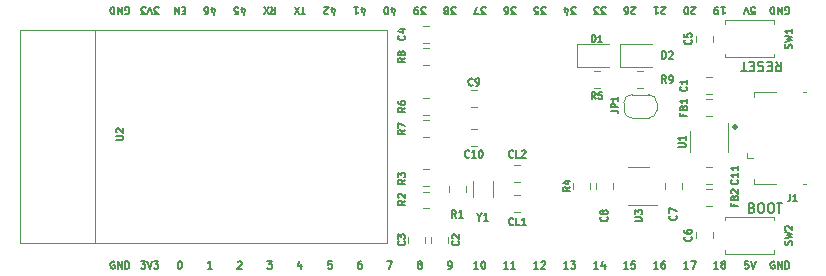
<source format=gbr>
G04 #@! TF.GenerationSoftware,KiCad,Pcbnew,(5.1.5)-3*
G04 #@! TF.CreationDate,2020-03-20T13:34:46+10:00*
G04 #@! TF.ProjectId,ESP32-S2-Breakout,45535033-322d-4533-922d-427265616b6f,rev?*
G04 #@! TF.SameCoordinates,Original*
G04 #@! TF.FileFunction,Legend,Top*
G04 #@! TF.FilePolarity,Positive*
%FSLAX46Y46*%
G04 Gerber Fmt 4.6, Leading zero omitted, Abs format (unit mm)*
G04 Created by KiCad (PCBNEW (5.1.5)-3) date 2020-03-20 13:34:46*
%MOMM*%
%LPD*%
G04 APERTURE LIST*
%ADD10C,0.300000*%
%ADD11C,0.150000*%
%ADD12C,0.200000*%
%ADD13C,0.120000*%
G04 APERTURE END LIST*
D10*
X171450000Y-98071714D02*
X171521428Y-98143142D01*
X171450000Y-98214571D01*
X171378571Y-98143142D01*
X171450000Y-98071714D01*
X171450000Y-98214571D01*
D11*
X174802857Y-109555000D02*
X174745714Y-109526428D01*
X174660000Y-109526428D01*
X174574285Y-109555000D01*
X174517142Y-109612142D01*
X174488571Y-109669285D01*
X174460000Y-109783571D01*
X174460000Y-109869285D01*
X174488571Y-109983571D01*
X174517142Y-110040714D01*
X174574285Y-110097857D01*
X174660000Y-110126428D01*
X174717142Y-110126428D01*
X174802857Y-110097857D01*
X174831428Y-110069285D01*
X174831428Y-109869285D01*
X174717142Y-109869285D01*
X175088571Y-110126428D02*
X175088571Y-109526428D01*
X175431428Y-110126428D01*
X175431428Y-109526428D01*
X175717142Y-110126428D02*
X175717142Y-109526428D01*
X175860000Y-109526428D01*
X175945714Y-109555000D01*
X176002857Y-109612142D01*
X176031428Y-109669285D01*
X176060000Y-109783571D01*
X176060000Y-109869285D01*
X176031428Y-109983571D01*
X176002857Y-110040714D01*
X175945714Y-110097857D01*
X175860000Y-110126428D01*
X175717142Y-110126428D01*
X172605714Y-109526428D02*
X172320000Y-109526428D01*
X172291428Y-109812142D01*
X172320000Y-109783571D01*
X172377142Y-109755000D01*
X172520000Y-109755000D01*
X172577142Y-109783571D01*
X172605714Y-109812142D01*
X172634285Y-109869285D01*
X172634285Y-110012142D01*
X172605714Y-110069285D01*
X172577142Y-110097857D01*
X172520000Y-110126428D01*
X172377142Y-110126428D01*
X172320000Y-110097857D01*
X172291428Y-110069285D01*
X172805714Y-109526428D02*
X173005714Y-110126428D01*
X173205714Y-109526428D01*
X175717142Y-88565000D02*
X175774285Y-88593571D01*
X175860000Y-88593571D01*
X175945714Y-88565000D01*
X176002857Y-88507857D01*
X176031428Y-88450714D01*
X176060000Y-88336428D01*
X176060000Y-88250714D01*
X176031428Y-88136428D01*
X176002857Y-88079285D01*
X175945714Y-88022142D01*
X175860000Y-87993571D01*
X175802857Y-87993571D01*
X175717142Y-88022142D01*
X175688571Y-88050714D01*
X175688571Y-88250714D01*
X175802857Y-88250714D01*
X175431428Y-87993571D02*
X175431428Y-88593571D01*
X175088571Y-87993571D01*
X175088571Y-88593571D01*
X174802857Y-87993571D02*
X174802857Y-88593571D01*
X174660000Y-88593571D01*
X174574285Y-88565000D01*
X174517142Y-88507857D01*
X174488571Y-88450714D01*
X174460000Y-88336428D01*
X174460000Y-88250714D01*
X174488571Y-88136428D01*
X174517142Y-88079285D01*
X174574285Y-88022142D01*
X174660000Y-87993571D01*
X174802857Y-87993571D01*
X172834285Y-88593571D02*
X173120000Y-88593571D01*
X173148571Y-88307857D01*
X173120000Y-88336428D01*
X173062857Y-88365000D01*
X172920000Y-88365000D01*
X172862857Y-88336428D01*
X172834285Y-88307857D01*
X172805714Y-88250714D01*
X172805714Y-88107857D01*
X172834285Y-88050714D01*
X172862857Y-88022142D01*
X172920000Y-87993571D01*
X173062857Y-87993571D01*
X173120000Y-88022142D01*
X173148571Y-88050714D01*
X172634285Y-88593571D02*
X172434285Y-87993571D01*
X172234285Y-88593571D01*
D12*
X174897904Y-92602095D02*
X175164571Y-92983047D01*
X175355047Y-92602095D02*
X175355047Y-93402095D01*
X175050285Y-93402095D01*
X174974095Y-93364000D01*
X174936000Y-93325904D01*
X174897904Y-93249714D01*
X174897904Y-93135428D01*
X174936000Y-93059238D01*
X174974095Y-93021142D01*
X175050285Y-92983047D01*
X175355047Y-92983047D01*
X174555047Y-93021142D02*
X174288380Y-93021142D01*
X174174095Y-92602095D02*
X174555047Y-92602095D01*
X174555047Y-93402095D01*
X174174095Y-93402095D01*
X173869333Y-92640190D02*
X173755047Y-92602095D01*
X173564571Y-92602095D01*
X173488380Y-92640190D01*
X173450285Y-92678285D01*
X173412190Y-92754476D01*
X173412190Y-92830666D01*
X173450285Y-92906857D01*
X173488380Y-92944952D01*
X173564571Y-92983047D01*
X173716952Y-93021142D01*
X173793142Y-93059238D01*
X173831238Y-93097333D01*
X173869333Y-93173523D01*
X173869333Y-93249714D01*
X173831238Y-93325904D01*
X173793142Y-93364000D01*
X173716952Y-93402095D01*
X173526476Y-93402095D01*
X173412190Y-93364000D01*
X173069333Y-93021142D02*
X172802666Y-93021142D01*
X172688380Y-92602095D02*
X173069333Y-92602095D01*
X173069333Y-93402095D01*
X172688380Y-93402095D01*
X172459809Y-93402095D02*
X172002666Y-93402095D01*
X172231238Y-92602095D02*
X172231238Y-93402095D01*
X172904285Y-104971857D02*
X173018571Y-105009952D01*
X173056666Y-105048047D01*
X173094761Y-105124238D01*
X173094761Y-105238523D01*
X173056666Y-105314714D01*
X173018571Y-105352809D01*
X172942380Y-105390904D01*
X172637619Y-105390904D01*
X172637619Y-104590904D01*
X172904285Y-104590904D01*
X172980476Y-104629000D01*
X173018571Y-104667095D01*
X173056666Y-104743285D01*
X173056666Y-104819476D01*
X173018571Y-104895666D01*
X172980476Y-104933761D01*
X172904285Y-104971857D01*
X172637619Y-104971857D01*
X173590000Y-104590904D02*
X173742380Y-104590904D01*
X173818571Y-104629000D01*
X173894761Y-104705190D01*
X173932857Y-104857571D01*
X173932857Y-105124238D01*
X173894761Y-105276619D01*
X173818571Y-105352809D01*
X173742380Y-105390904D01*
X173590000Y-105390904D01*
X173513809Y-105352809D01*
X173437619Y-105276619D01*
X173399523Y-105124238D01*
X173399523Y-104857571D01*
X173437619Y-104705190D01*
X173513809Y-104629000D01*
X173590000Y-104590904D01*
X174428095Y-104590904D02*
X174580476Y-104590904D01*
X174656666Y-104629000D01*
X174732857Y-104705190D01*
X174770952Y-104857571D01*
X174770952Y-105124238D01*
X174732857Y-105276619D01*
X174656666Y-105352809D01*
X174580476Y-105390904D01*
X174428095Y-105390904D01*
X174351904Y-105352809D01*
X174275714Y-105276619D01*
X174237619Y-105124238D01*
X174237619Y-104857571D01*
X174275714Y-104705190D01*
X174351904Y-104629000D01*
X174428095Y-104590904D01*
X174999523Y-104590904D02*
X175456666Y-104590904D01*
X175228095Y-105390904D02*
X175228095Y-104590904D01*
D11*
X170294285Y-87993571D02*
X170637142Y-87993571D01*
X170465714Y-87993571D02*
X170465714Y-88593571D01*
X170522857Y-88507857D01*
X170580000Y-88450714D01*
X170637142Y-88422142D01*
X170008571Y-87993571D02*
X169894285Y-87993571D01*
X169837142Y-88022142D01*
X169808571Y-88050714D01*
X169751428Y-88136428D01*
X169722857Y-88250714D01*
X169722857Y-88479285D01*
X169751428Y-88536428D01*
X169780000Y-88565000D01*
X169837142Y-88593571D01*
X169951428Y-88593571D01*
X170008571Y-88565000D01*
X170037142Y-88536428D01*
X170065714Y-88479285D01*
X170065714Y-88336428D01*
X170037142Y-88279285D01*
X170008571Y-88250714D01*
X169951428Y-88222142D01*
X169837142Y-88222142D01*
X169780000Y-88250714D01*
X169751428Y-88279285D01*
X169722857Y-88336428D01*
X168097142Y-88536428D02*
X168068571Y-88565000D01*
X168011428Y-88593571D01*
X167868571Y-88593571D01*
X167811428Y-88565000D01*
X167782857Y-88536428D01*
X167754285Y-88479285D01*
X167754285Y-88422142D01*
X167782857Y-88336428D01*
X168125714Y-87993571D01*
X167754285Y-87993571D01*
X167382857Y-88593571D02*
X167325714Y-88593571D01*
X167268571Y-88565000D01*
X167240000Y-88536428D01*
X167211428Y-88479285D01*
X167182857Y-88365000D01*
X167182857Y-88222142D01*
X167211428Y-88107857D01*
X167240000Y-88050714D01*
X167268571Y-88022142D01*
X167325714Y-87993571D01*
X167382857Y-87993571D01*
X167440000Y-88022142D01*
X167468571Y-88050714D01*
X167497142Y-88107857D01*
X167525714Y-88222142D01*
X167525714Y-88365000D01*
X167497142Y-88479285D01*
X167468571Y-88536428D01*
X167440000Y-88565000D01*
X167382857Y-88593571D01*
X165557142Y-88536428D02*
X165528571Y-88565000D01*
X165471428Y-88593571D01*
X165328571Y-88593571D01*
X165271428Y-88565000D01*
X165242857Y-88536428D01*
X165214285Y-88479285D01*
X165214285Y-88422142D01*
X165242857Y-88336428D01*
X165585714Y-87993571D01*
X165214285Y-87993571D01*
X164642857Y-87993571D02*
X164985714Y-87993571D01*
X164814285Y-87993571D02*
X164814285Y-88593571D01*
X164871428Y-88507857D01*
X164928571Y-88450714D01*
X164985714Y-88422142D01*
X163017142Y-88536428D02*
X162988571Y-88565000D01*
X162931428Y-88593571D01*
X162788571Y-88593571D01*
X162731428Y-88565000D01*
X162702857Y-88536428D01*
X162674285Y-88479285D01*
X162674285Y-88422142D01*
X162702857Y-88336428D01*
X163045714Y-87993571D01*
X162674285Y-87993571D01*
X162160000Y-88593571D02*
X162274285Y-88593571D01*
X162331428Y-88565000D01*
X162360000Y-88536428D01*
X162417142Y-88450714D01*
X162445714Y-88336428D01*
X162445714Y-88107857D01*
X162417142Y-88050714D01*
X162388571Y-88022142D01*
X162331428Y-87993571D01*
X162217142Y-87993571D01*
X162160000Y-88022142D01*
X162131428Y-88050714D01*
X162102857Y-88107857D01*
X162102857Y-88250714D01*
X162131428Y-88307857D01*
X162160000Y-88336428D01*
X162217142Y-88365000D01*
X162331428Y-88365000D01*
X162388571Y-88336428D01*
X162417142Y-88307857D01*
X162445714Y-88250714D01*
X160505714Y-88593571D02*
X160134285Y-88593571D01*
X160334285Y-88365000D01*
X160248571Y-88365000D01*
X160191428Y-88336428D01*
X160162857Y-88307857D01*
X160134285Y-88250714D01*
X160134285Y-88107857D01*
X160162857Y-88050714D01*
X160191428Y-88022142D01*
X160248571Y-87993571D01*
X160420000Y-87993571D01*
X160477142Y-88022142D01*
X160505714Y-88050714D01*
X159934285Y-88593571D02*
X159562857Y-88593571D01*
X159762857Y-88365000D01*
X159677142Y-88365000D01*
X159620000Y-88336428D01*
X159591428Y-88307857D01*
X159562857Y-88250714D01*
X159562857Y-88107857D01*
X159591428Y-88050714D01*
X159620000Y-88022142D01*
X159677142Y-87993571D01*
X159848571Y-87993571D01*
X159905714Y-88022142D01*
X159934285Y-88050714D01*
X157965714Y-88593571D02*
X157594285Y-88593571D01*
X157794285Y-88365000D01*
X157708571Y-88365000D01*
X157651428Y-88336428D01*
X157622857Y-88307857D01*
X157594285Y-88250714D01*
X157594285Y-88107857D01*
X157622857Y-88050714D01*
X157651428Y-88022142D01*
X157708571Y-87993571D01*
X157880000Y-87993571D01*
X157937142Y-88022142D01*
X157965714Y-88050714D01*
X157080000Y-88393571D02*
X157080000Y-87993571D01*
X157222857Y-88622142D02*
X157365714Y-88193571D01*
X156994285Y-88193571D01*
X155425714Y-88593571D02*
X155054285Y-88593571D01*
X155254285Y-88365000D01*
X155168571Y-88365000D01*
X155111428Y-88336428D01*
X155082857Y-88307857D01*
X155054285Y-88250714D01*
X155054285Y-88107857D01*
X155082857Y-88050714D01*
X155111428Y-88022142D01*
X155168571Y-87993571D01*
X155340000Y-87993571D01*
X155397142Y-88022142D01*
X155425714Y-88050714D01*
X154511428Y-88593571D02*
X154797142Y-88593571D01*
X154825714Y-88307857D01*
X154797142Y-88336428D01*
X154740000Y-88365000D01*
X154597142Y-88365000D01*
X154540000Y-88336428D01*
X154511428Y-88307857D01*
X154482857Y-88250714D01*
X154482857Y-88107857D01*
X154511428Y-88050714D01*
X154540000Y-88022142D01*
X154597142Y-87993571D01*
X154740000Y-87993571D01*
X154797142Y-88022142D01*
X154825714Y-88050714D01*
X152885714Y-88593571D02*
X152514285Y-88593571D01*
X152714285Y-88365000D01*
X152628571Y-88365000D01*
X152571428Y-88336428D01*
X152542857Y-88307857D01*
X152514285Y-88250714D01*
X152514285Y-88107857D01*
X152542857Y-88050714D01*
X152571428Y-88022142D01*
X152628571Y-87993571D01*
X152800000Y-87993571D01*
X152857142Y-88022142D01*
X152885714Y-88050714D01*
X152000000Y-88593571D02*
X152114285Y-88593571D01*
X152171428Y-88565000D01*
X152200000Y-88536428D01*
X152257142Y-88450714D01*
X152285714Y-88336428D01*
X152285714Y-88107857D01*
X152257142Y-88050714D01*
X152228571Y-88022142D01*
X152171428Y-87993571D01*
X152057142Y-87993571D01*
X152000000Y-88022142D01*
X151971428Y-88050714D01*
X151942857Y-88107857D01*
X151942857Y-88250714D01*
X151971428Y-88307857D01*
X152000000Y-88336428D01*
X152057142Y-88365000D01*
X152171428Y-88365000D01*
X152228571Y-88336428D01*
X152257142Y-88307857D01*
X152285714Y-88250714D01*
X150345714Y-88593571D02*
X149974285Y-88593571D01*
X150174285Y-88365000D01*
X150088571Y-88365000D01*
X150031428Y-88336428D01*
X150002857Y-88307857D01*
X149974285Y-88250714D01*
X149974285Y-88107857D01*
X150002857Y-88050714D01*
X150031428Y-88022142D01*
X150088571Y-87993571D01*
X150260000Y-87993571D01*
X150317142Y-88022142D01*
X150345714Y-88050714D01*
X149774285Y-88593571D02*
X149374285Y-88593571D01*
X149631428Y-87993571D01*
X147805714Y-88593571D02*
X147434285Y-88593571D01*
X147634285Y-88365000D01*
X147548571Y-88365000D01*
X147491428Y-88336428D01*
X147462857Y-88307857D01*
X147434285Y-88250714D01*
X147434285Y-88107857D01*
X147462857Y-88050714D01*
X147491428Y-88022142D01*
X147548571Y-87993571D01*
X147720000Y-87993571D01*
X147777142Y-88022142D01*
X147805714Y-88050714D01*
X147091428Y-88336428D02*
X147148571Y-88365000D01*
X147177142Y-88393571D01*
X147205714Y-88450714D01*
X147205714Y-88479285D01*
X147177142Y-88536428D01*
X147148571Y-88565000D01*
X147091428Y-88593571D01*
X146977142Y-88593571D01*
X146920000Y-88565000D01*
X146891428Y-88536428D01*
X146862857Y-88479285D01*
X146862857Y-88450714D01*
X146891428Y-88393571D01*
X146920000Y-88365000D01*
X146977142Y-88336428D01*
X147091428Y-88336428D01*
X147148571Y-88307857D01*
X147177142Y-88279285D01*
X147205714Y-88222142D01*
X147205714Y-88107857D01*
X147177142Y-88050714D01*
X147148571Y-88022142D01*
X147091428Y-87993571D01*
X146977142Y-87993571D01*
X146920000Y-88022142D01*
X146891428Y-88050714D01*
X146862857Y-88107857D01*
X146862857Y-88222142D01*
X146891428Y-88279285D01*
X146920000Y-88307857D01*
X146977142Y-88336428D01*
X145265714Y-88593571D02*
X144894285Y-88593571D01*
X145094285Y-88365000D01*
X145008571Y-88365000D01*
X144951428Y-88336428D01*
X144922857Y-88307857D01*
X144894285Y-88250714D01*
X144894285Y-88107857D01*
X144922857Y-88050714D01*
X144951428Y-88022142D01*
X145008571Y-87993571D01*
X145180000Y-87993571D01*
X145237142Y-88022142D01*
X145265714Y-88050714D01*
X144608571Y-87993571D02*
X144494285Y-87993571D01*
X144437142Y-88022142D01*
X144408571Y-88050714D01*
X144351428Y-88136428D01*
X144322857Y-88250714D01*
X144322857Y-88479285D01*
X144351428Y-88536428D01*
X144380000Y-88565000D01*
X144437142Y-88593571D01*
X144551428Y-88593571D01*
X144608571Y-88565000D01*
X144637142Y-88536428D01*
X144665714Y-88479285D01*
X144665714Y-88336428D01*
X144637142Y-88279285D01*
X144608571Y-88250714D01*
X144551428Y-88222142D01*
X144437142Y-88222142D01*
X144380000Y-88250714D01*
X144351428Y-88279285D01*
X144322857Y-88336428D01*
X142411428Y-88393571D02*
X142411428Y-87993571D01*
X142554285Y-88622142D02*
X142697142Y-88193571D01*
X142325714Y-88193571D01*
X141982857Y-88593571D02*
X141925714Y-88593571D01*
X141868571Y-88565000D01*
X141840000Y-88536428D01*
X141811428Y-88479285D01*
X141782857Y-88365000D01*
X141782857Y-88222142D01*
X141811428Y-88107857D01*
X141840000Y-88050714D01*
X141868571Y-88022142D01*
X141925714Y-87993571D01*
X141982857Y-87993571D01*
X142040000Y-88022142D01*
X142068571Y-88050714D01*
X142097142Y-88107857D01*
X142125714Y-88222142D01*
X142125714Y-88365000D01*
X142097142Y-88479285D01*
X142068571Y-88536428D01*
X142040000Y-88565000D01*
X141982857Y-88593571D01*
X139871428Y-88393571D02*
X139871428Y-87993571D01*
X140014285Y-88622142D02*
X140157142Y-88193571D01*
X139785714Y-88193571D01*
X139242857Y-87993571D02*
X139585714Y-87993571D01*
X139414285Y-87993571D02*
X139414285Y-88593571D01*
X139471428Y-88507857D01*
X139528571Y-88450714D01*
X139585714Y-88422142D01*
X137331428Y-88393571D02*
X137331428Y-87993571D01*
X137474285Y-88622142D02*
X137617142Y-88193571D01*
X137245714Y-88193571D01*
X137045714Y-88536428D02*
X137017142Y-88565000D01*
X136960000Y-88593571D01*
X136817142Y-88593571D01*
X136760000Y-88565000D01*
X136731428Y-88536428D01*
X136702857Y-88479285D01*
X136702857Y-88422142D01*
X136731428Y-88336428D01*
X137074285Y-87993571D01*
X136702857Y-87993571D01*
X135077142Y-88593571D02*
X134734285Y-88593571D01*
X134905714Y-87993571D02*
X134905714Y-88593571D01*
X134591428Y-88593571D02*
X134191428Y-87993571D01*
X134191428Y-88593571D02*
X134591428Y-87993571D01*
X132180000Y-87993571D02*
X132380000Y-88279285D01*
X132522857Y-87993571D02*
X132522857Y-88593571D01*
X132294285Y-88593571D01*
X132237142Y-88565000D01*
X132208571Y-88536428D01*
X132180000Y-88479285D01*
X132180000Y-88393571D01*
X132208571Y-88336428D01*
X132237142Y-88307857D01*
X132294285Y-88279285D01*
X132522857Y-88279285D01*
X131980000Y-88593571D02*
X131580000Y-87993571D01*
X131580000Y-88593571D02*
X131980000Y-87993571D01*
X129711428Y-88393571D02*
X129711428Y-87993571D01*
X129854285Y-88622142D02*
X129997142Y-88193571D01*
X129625714Y-88193571D01*
X129111428Y-88593571D02*
X129397142Y-88593571D01*
X129425714Y-88307857D01*
X129397142Y-88336428D01*
X129340000Y-88365000D01*
X129197142Y-88365000D01*
X129140000Y-88336428D01*
X129111428Y-88307857D01*
X129082857Y-88250714D01*
X129082857Y-88107857D01*
X129111428Y-88050714D01*
X129140000Y-88022142D01*
X129197142Y-87993571D01*
X129340000Y-87993571D01*
X129397142Y-88022142D01*
X129425714Y-88050714D01*
X127171428Y-88393571D02*
X127171428Y-87993571D01*
X127314285Y-88622142D02*
X127457142Y-88193571D01*
X127085714Y-88193571D01*
X126600000Y-88593571D02*
X126714285Y-88593571D01*
X126771428Y-88565000D01*
X126800000Y-88536428D01*
X126857142Y-88450714D01*
X126885714Y-88336428D01*
X126885714Y-88107857D01*
X126857142Y-88050714D01*
X126828571Y-88022142D01*
X126771428Y-87993571D01*
X126657142Y-87993571D01*
X126600000Y-88022142D01*
X126571428Y-88050714D01*
X126542857Y-88107857D01*
X126542857Y-88250714D01*
X126571428Y-88307857D01*
X126600000Y-88336428D01*
X126657142Y-88365000D01*
X126771428Y-88365000D01*
X126828571Y-88336428D01*
X126857142Y-88307857D01*
X126885714Y-88250714D01*
X124902857Y-88307857D02*
X124702857Y-88307857D01*
X124617142Y-87993571D02*
X124902857Y-87993571D01*
X124902857Y-88593571D01*
X124617142Y-88593571D01*
X124360000Y-87993571D02*
X124360000Y-88593571D01*
X124017142Y-87993571D01*
X124017142Y-88593571D01*
X122662857Y-88593571D02*
X122291428Y-88593571D01*
X122491428Y-88365000D01*
X122405714Y-88365000D01*
X122348571Y-88336428D01*
X122320000Y-88307857D01*
X122291428Y-88250714D01*
X122291428Y-88107857D01*
X122320000Y-88050714D01*
X122348571Y-88022142D01*
X122405714Y-87993571D01*
X122577142Y-87993571D01*
X122634285Y-88022142D01*
X122662857Y-88050714D01*
X122120000Y-88593571D02*
X121920000Y-87993571D01*
X121720000Y-88593571D01*
X121577142Y-88593571D02*
X121205714Y-88593571D01*
X121405714Y-88365000D01*
X121320000Y-88365000D01*
X121262857Y-88336428D01*
X121234285Y-88307857D01*
X121205714Y-88250714D01*
X121205714Y-88107857D01*
X121234285Y-88050714D01*
X121262857Y-88022142D01*
X121320000Y-87993571D01*
X121491428Y-87993571D01*
X121548571Y-88022142D01*
X121577142Y-88050714D01*
X119837142Y-88565000D02*
X119894285Y-88593571D01*
X119980000Y-88593571D01*
X120065714Y-88565000D01*
X120122857Y-88507857D01*
X120151428Y-88450714D01*
X120180000Y-88336428D01*
X120180000Y-88250714D01*
X120151428Y-88136428D01*
X120122857Y-88079285D01*
X120065714Y-88022142D01*
X119980000Y-87993571D01*
X119922857Y-87993571D01*
X119837142Y-88022142D01*
X119808571Y-88050714D01*
X119808571Y-88250714D01*
X119922857Y-88250714D01*
X119551428Y-87993571D02*
X119551428Y-88593571D01*
X119208571Y-87993571D01*
X119208571Y-88593571D01*
X118922857Y-87993571D02*
X118922857Y-88593571D01*
X118780000Y-88593571D01*
X118694285Y-88565000D01*
X118637142Y-88507857D01*
X118608571Y-88450714D01*
X118580000Y-88336428D01*
X118580000Y-88250714D01*
X118608571Y-88136428D01*
X118637142Y-88079285D01*
X118694285Y-88022142D01*
X118780000Y-87993571D01*
X118922857Y-87993571D01*
X170065714Y-110126428D02*
X169722857Y-110126428D01*
X169894285Y-110126428D02*
X169894285Y-109526428D01*
X169837142Y-109612142D01*
X169780000Y-109669285D01*
X169722857Y-109697857D01*
X170408571Y-109783571D02*
X170351428Y-109755000D01*
X170322857Y-109726428D01*
X170294285Y-109669285D01*
X170294285Y-109640714D01*
X170322857Y-109583571D01*
X170351428Y-109555000D01*
X170408571Y-109526428D01*
X170522857Y-109526428D01*
X170580000Y-109555000D01*
X170608571Y-109583571D01*
X170637142Y-109640714D01*
X170637142Y-109669285D01*
X170608571Y-109726428D01*
X170580000Y-109755000D01*
X170522857Y-109783571D01*
X170408571Y-109783571D01*
X170351428Y-109812142D01*
X170322857Y-109840714D01*
X170294285Y-109897857D01*
X170294285Y-110012142D01*
X170322857Y-110069285D01*
X170351428Y-110097857D01*
X170408571Y-110126428D01*
X170522857Y-110126428D01*
X170580000Y-110097857D01*
X170608571Y-110069285D01*
X170637142Y-110012142D01*
X170637142Y-109897857D01*
X170608571Y-109840714D01*
X170580000Y-109812142D01*
X170522857Y-109783571D01*
X167525714Y-110126428D02*
X167182857Y-110126428D01*
X167354285Y-110126428D02*
X167354285Y-109526428D01*
X167297142Y-109612142D01*
X167240000Y-109669285D01*
X167182857Y-109697857D01*
X167725714Y-109526428D02*
X168125714Y-109526428D01*
X167868571Y-110126428D01*
X164985714Y-110126428D02*
X164642857Y-110126428D01*
X164814285Y-110126428D02*
X164814285Y-109526428D01*
X164757142Y-109612142D01*
X164700000Y-109669285D01*
X164642857Y-109697857D01*
X165500000Y-109526428D02*
X165385714Y-109526428D01*
X165328571Y-109555000D01*
X165300000Y-109583571D01*
X165242857Y-109669285D01*
X165214285Y-109783571D01*
X165214285Y-110012142D01*
X165242857Y-110069285D01*
X165271428Y-110097857D01*
X165328571Y-110126428D01*
X165442857Y-110126428D01*
X165500000Y-110097857D01*
X165528571Y-110069285D01*
X165557142Y-110012142D01*
X165557142Y-109869285D01*
X165528571Y-109812142D01*
X165500000Y-109783571D01*
X165442857Y-109755000D01*
X165328571Y-109755000D01*
X165271428Y-109783571D01*
X165242857Y-109812142D01*
X165214285Y-109869285D01*
X162445714Y-110126428D02*
X162102857Y-110126428D01*
X162274285Y-110126428D02*
X162274285Y-109526428D01*
X162217142Y-109612142D01*
X162160000Y-109669285D01*
X162102857Y-109697857D01*
X162988571Y-109526428D02*
X162702857Y-109526428D01*
X162674285Y-109812142D01*
X162702857Y-109783571D01*
X162760000Y-109755000D01*
X162902857Y-109755000D01*
X162960000Y-109783571D01*
X162988571Y-109812142D01*
X163017142Y-109869285D01*
X163017142Y-110012142D01*
X162988571Y-110069285D01*
X162960000Y-110097857D01*
X162902857Y-110126428D01*
X162760000Y-110126428D01*
X162702857Y-110097857D01*
X162674285Y-110069285D01*
X159905714Y-110126428D02*
X159562857Y-110126428D01*
X159734285Y-110126428D02*
X159734285Y-109526428D01*
X159677142Y-109612142D01*
X159620000Y-109669285D01*
X159562857Y-109697857D01*
X160420000Y-109726428D02*
X160420000Y-110126428D01*
X160277142Y-109497857D02*
X160134285Y-109926428D01*
X160505714Y-109926428D01*
X157365714Y-110126428D02*
X157022857Y-110126428D01*
X157194285Y-110126428D02*
X157194285Y-109526428D01*
X157137142Y-109612142D01*
X157080000Y-109669285D01*
X157022857Y-109697857D01*
X157565714Y-109526428D02*
X157937142Y-109526428D01*
X157737142Y-109755000D01*
X157822857Y-109755000D01*
X157880000Y-109783571D01*
X157908571Y-109812142D01*
X157937142Y-109869285D01*
X157937142Y-110012142D01*
X157908571Y-110069285D01*
X157880000Y-110097857D01*
X157822857Y-110126428D01*
X157651428Y-110126428D01*
X157594285Y-110097857D01*
X157565714Y-110069285D01*
X154825714Y-110126428D02*
X154482857Y-110126428D01*
X154654285Y-110126428D02*
X154654285Y-109526428D01*
X154597142Y-109612142D01*
X154540000Y-109669285D01*
X154482857Y-109697857D01*
X155054285Y-109583571D02*
X155082857Y-109555000D01*
X155140000Y-109526428D01*
X155282857Y-109526428D01*
X155340000Y-109555000D01*
X155368571Y-109583571D01*
X155397142Y-109640714D01*
X155397142Y-109697857D01*
X155368571Y-109783571D01*
X155025714Y-110126428D01*
X155397142Y-110126428D01*
X152285714Y-110126428D02*
X151942857Y-110126428D01*
X152114285Y-110126428D02*
X152114285Y-109526428D01*
X152057142Y-109612142D01*
X152000000Y-109669285D01*
X151942857Y-109697857D01*
X152857142Y-110126428D02*
X152514285Y-110126428D01*
X152685714Y-110126428D02*
X152685714Y-109526428D01*
X152628571Y-109612142D01*
X152571428Y-109669285D01*
X152514285Y-109697857D01*
X149745714Y-110126428D02*
X149402857Y-110126428D01*
X149574285Y-110126428D02*
X149574285Y-109526428D01*
X149517142Y-109612142D01*
X149460000Y-109669285D01*
X149402857Y-109697857D01*
X150117142Y-109526428D02*
X150174285Y-109526428D01*
X150231428Y-109555000D01*
X150260000Y-109583571D01*
X150288571Y-109640714D01*
X150317142Y-109755000D01*
X150317142Y-109897857D01*
X150288571Y-110012142D01*
X150260000Y-110069285D01*
X150231428Y-110097857D01*
X150174285Y-110126428D01*
X150117142Y-110126428D01*
X150060000Y-110097857D01*
X150031428Y-110069285D01*
X150002857Y-110012142D01*
X149974285Y-109897857D01*
X149974285Y-109755000D01*
X150002857Y-109640714D01*
X150031428Y-109583571D01*
X150060000Y-109555000D01*
X150117142Y-109526428D01*
X147205714Y-110126428D02*
X147320000Y-110126428D01*
X147377142Y-110097857D01*
X147405714Y-110069285D01*
X147462857Y-109983571D01*
X147491428Y-109869285D01*
X147491428Y-109640714D01*
X147462857Y-109583571D01*
X147434285Y-109555000D01*
X147377142Y-109526428D01*
X147262857Y-109526428D01*
X147205714Y-109555000D01*
X147177142Y-109583571D01*
X147148571Y-109640714D01*
X147148571Y-109783571D01*
X147177142Y-109840714D01*
X147205714Y-109869285D01*
X147262857Y-109897857D01*
X147377142Y-109897857D01*
X147434285Y-109869285D01*
X147462857Y-109840714D01*
X147491428Y-109783571D01*
X144722857Y-109783571D02*
X144665714Y-109755000D01*
X144637142Y-109726428D01*
X144608571Y-109669285D01*
X144608571Y-109640714D01*
X144637142Y-109583571D01*
X144665714Y-109555000D01*
X144722857Y-109526428D01*
X144837142Y-109526428D01*
X144894285Y-109555000D01*
X144922857Y-109583571D01*
X144951428Y-109640714D01*
X144951428Y-109669285D01*
X144922857Y-109726428D01*
X144894285Y-109755000D01*
X144837142Y-109783571D01*
X144722857Y-109783571D01*
X144665714Y-109812142D01*
X144637142Y-109840714D01*
X144608571Y-109897857D01*
X144608571Y-110012142D01*
X144637142Y-110069285D01*
X144665714Y-110097857D01*
X144722857Y-110126428D01*
X144837142Y-110126428D01*
X144894285Y-110097857D01*
X144922857Y-110069285D01*
X144951428Y-110012142D01*
X144951428Y-109897857D01*
X144922857Y-109840714D01*
X144894285Y-109812142D01*
X144837142Y-109783571D01*
X142040000Y-109526428D02*
X142440000Y-109526428D01*
X142182857Y-110126428D01*
X139814285Y-109526428D02*
X139700000Y-109526428D01*
X139642857Y-109555000D01*
X139614285Y-109583571D01*
X139557142Y-109669285D01*
X139528571Y-109783571D01*
X139528571Y-110012142D01*
X139557142Y-110069285D01*
X139585714Y-110097857D01*
X139642857Y-110126428D01*
X139757142Y-110126428D01*
X139814285Y-110097857D01*
X139842857Y-110069285D01*
X139871428Y-110012142D01*
X139871428Y-109869285D01*
X139842857Y-109812142D01*
X139814285Y-109783571D01*
X139757142Y-109755000D01*
X139642857Y-109755000D01*
X139585714Y-109783571D01*
X139557142Y-109812142D01*
X139528571Y-109869285D01*
X137302857Y-109526428D02*
X137017142Y-109526428D01*
X136988571Y-109812142D01*
X137017142Y-109783571D01*
X137074285Y-109755000D01*
X137217142Y-109755000D01*
X137274285Y-109783571D01*
X137302857Y-109812142D01*
X137331428Y-109869285D01*
X137331428Y-110012142D01*
X137302857Y-110069285D01*
X137274285Y-110097857D01*
X137217142Y-110126428D01*
X137074285Y-110126428D01*
X137017142Y-110097857D01*
X136988571Y-110069285D01*
X134734285Y-109726428D02*
X134734285Y-110126428D01*
X134591428Y-109497857D02*
X134448571Y-109926428D01*
X134820000Y-109926428D01*
X131880000Y-109526428D02*
X132251428Y-109526428D01*
X132051428Y-109755000D01*
X132137142Y-109755000D01*
X132194285Y-109783571D01*
X132222857Y-109812142D01*
X132251428Y-109869285D01*
X132251428Y-110012142D01*
X132222857Y-110069285D01*
X132194285Y-110097857D01*
X132137142Y-110126428D01*
X131965714Y-110126428D01*
X131908571Y-110097857D01*
X131880000Y-110069285D01*
X129368571Y-109583571D02*
X129397142Y-109555000D01*
X129454285Y-109526428D01*
X129597142Y-109526428D01*
X129654285Y-109555000D01*
X129682857Y-109583571D01*
X129711428Y-109640714D01*
X129711428Y-109697857D01*
X129682857Y-109783571D01*
X129340000Y-110126428D01*
X129711428Y-110126428D01*
X127171428Y-110126428D02*
X126828571Y-110126428D01*
X127000000Y-110126428D02*
X127000000Y-109526428D01*
X126942857Y-109612142D01*
X126885714Y-109669285D01*
X126828571Y-109697857D01*
X124431428Y-109526428D02*
X124488571Y-109526428D01*
X124545714Y-109555000D01*
X124574285Y-109583571D01*
X124602857Y-109640714D01*
X124631428Y-109755000D01*
X124631428Y-109897857D01*
X124602857Y-110012142D01*
X124574285Y-110069285D01*
X124545714Y-110097857D01*
X124488571Y-110126428D01*
X124431428Y-110126428D01*
X124374285Y-110097857D01*
X124345714Y-110069285D01*
X124317142Y-110012142D01*
X124288571Y-109897857D01*
X124288571Y-109755000D01*
X124317142Y-109640714D01*
X124345714Y-109583571D01*
X124374285Y-109555000D01*
X124431428Y-109526428D01*
X121177142Y-109526428D02*
X121548571Y-109526428D01*
X121348571Y-109755000D01*
X121434285Y-109755000D01*
X121491428Y-109783571D01*
X121520000Y-109812142D01*
X121548571Y-109869285D01*
X121548571Y-110012142D01*
X121520000Y-110069285D01*
X121491428Y-110097857D01*
X121434285Y-110126428D01*
X121262857Y-110126428D01*
X121205714Y-110097857D01*
X121177142Y-110069285D01*
X121720000Y-109526428D02*
X121920000Y-110126428D01*
X122120000Y-109526428D01*
X122262857Y-109526428D02*
X122634285Y-109526428D01*
X122434285Y-109755000D01*
X122520000Y-109755000D01*
X122577142Y-109783571D01*
X122605714Y-109812142D01*
X122634285Y-109869285D01*
X122634285Y-110012142D01*
X122605714Y-110069285D01*
X122577142Y-110097857D01*
X122520000Y-110126428D01*
X122348571Y-110126428D01*
X122291428Y-110097857D01*
X122262857Y-110069285D01*
X118922857Y-109555000D02*
X118865714Y-109526428D01*
X118780000Y-109526428D01*
X118694285Y-109555000D01*
X118637142Y-109612142D01*
X118608571Y-109669285D01*
X118580000Y-109783571D01*
X118580000Y-109869285D01*
X118608571Y-109983571D01*
X118637142Y-110040714D01*
X118694285Y-110097857D01*
X118780000Y-110126428D01*
X118837142Y-110126428D01*
X118922857Y-110097857D01*
X118951428Y-110069285D01*
X118951428Y-109869285D01*
X118837142Y-109869285D01*
X119208571Y-110126428D02*
X119208571Y-109526428D01*
X119551428Y-110126428D01*
X119551428Y-109526428D01*
X119837142Y-110126428D02*
X119837142Y-109526428D01*
X119980000Y-109526428D01*
X120065714Y-109555000D01*
X120122857Y-109612142D01*
X120151428Y-109669285D01*
X120180000Y-109783571D01*
X120180000Y-109869285D01*
X120151428Y-109983571D01*
X120122857Y-110040714D01*
X120065714Y-110097857D01*
X119980000Y-110126428D01*
X119837142Y-110126428D01*
D13*
X169549578Y-101525000D02*
X169032422Y-101525000D01*
X169549578Y-102945000D02*
X169032422Y-102945000D01*
X163190422Y-94817000D02*
X163707578Y-94817000D01*
X163190422Y-93397000D02*
X163707578Y-93397000D01*
X145546578Y-91492000D02*
X145029422Y-91492000D01*
X145546578Y-92912000D02*
X145029422Y-92912000D01*
X145546578Y-97588000D02*
X145029422Y-97588000D01*
X145546578Y-99008000D02*
X145029422Y-99008000D01*
X145546578Y-95683000D02*
X145029422Y-95683000D01*
X145546578Y-97103000D02*
X145029422Y-97103000D01*
X160024578Y-94817000D02*
X159507422Y-94817000D01*
X160024578Y-93397000D02*
X159507422Y-93397000D01*
X159206000Y-102865422D02*
X159206000Y-103382578D01*
X157786000Y-102865422D02*
X157786000Y-103382578D01*
X145029422Y-103135500D02*
X145546578Y-103135500D01*
X145029422Y-101715500D02*
X145546578Y-101715500D01*
X145546578Y-103620500D02*
X145029422Y-103620500D01*
X145546578Y-105040500D02*
X145029422Y-105040500D01*
X147245000Y-103119422D02*
X147245000Y-103636578D01*
X148665000Y-103119422D02*
X148665000Y-103636578D01*
X169032422Y-104850000D02*
X169549578Y-104850000D01*
X169032422Y-103430000D02*
X169549578Y-103430000D01*
X169032422Y-97230000D02*
X169549578Y-97230000D01*
X169032422Y-95810000D02*
X169549578Y-95810000D01*
X161764000Y-93035000D02*
X164449000Y-93035000D01*
X161764000Y-91115000D02*
X161764000Y-93035000D01*
X164449000Y-91115000D02*
X161764000Y-91115000D01*
X158081000Y-93035000D02*
X160766000Y-93035000D01*
X158081000Y-91115000D02*
X158081000Y-93035000D01*
X160766000Y-91115000D02*
X158081000Y-91115000D01*
X152776422Y-102818000D02*
X153293578Y-102818000D01*
X152776422Y-101398000D02*
X153293578Y-101398000D01*
X152776422Y-105358000D02*
X153293578Y-105358000D01*
X152776422Y-103938000D02*
X153293578Y-103938000D01*
X149093422Y-99770000D02*
X149610578Y-99770000D01*
X149093422Y-98350000D02*
X149610578Y-98350000D01*
X149610578Y-95048000D02*
X149093422Y-95048000D01*
X149610578Y-96468000D02*
X149093422Y-96468000D01*
X161111000Y-103382578D02*
X161111000Y-102865422D01*
X159691000Y-103382578D02*
X159691000Y-102865422D01*
X166953000Y-103382578D02*
X166953000Y-102865422D01*
X165533000Y-103382578D02*
X165533000Y-102865422D01*
X169620000Y-107573578D02*
X169620000Y-107056422D01*
X168200000Y-107573578D02*
X168200000Y-107056422D01*
X168200000Y-90419422D02*
X168200000Y-90936578D01*
X169620000Y-90419422D02*
X169620000Y-90936578D01*
X145029422Y-91007000D02*
X145546578Y-91007000D01*
X145029422Y-89587000D02*
X145546578Y-89587000D01*
X145236000Y-107954578D02*
X145236000Y-107437422D01*
X143816000Y-107954578D02*
X143816000Y-107437422D01*
X169549578Y-93905000D02*
X169032422Y-93905000D01*
X169549578Y-95325000D02*
X169032422Y-95325000D01*
X164149000Y-97393000D02*
X162749000Y-97393000D01*
X162049000Y-96693000D02*
X162049000Y-96093000D01*
X162749000Y-95393000D02*
X164149000Y-95393000D01*
X164849000Y-96093000D02*
X164849000Y-96693000D01*
X164849000Y-96693000D02*
G75*
G02X164149000Y-97393000I-700000J0D01*
G01*
X164149000Y-95393000D02*
G75*
G02X164849000Y-96093000I0J-700000D01*
G01*
X162049000Y-96093000D02*
G75*
G02X162749000Y-95393000I700000J0D01*
G01*
X162749000Y-97393000D02*
G75*
G02X162049000Y-96693000I0J700000D01*
G01*
X170901000Y-100277500D02*
X170901000Y-97827500D01*
X167681000Y-98477500D02*
X167681000Y-100277500D01*
X110960000Y-107950000D02*
X110960000Y-89950000D01*
X110960000Y-89950000D02*
X141960000Y-89950000D01*
X141960000Y-89950000D02*
X141960000Y-107950000D01*
X141960000Y-107950000D02*
X110960000Y-107950000D01*
X117260000Y-107950000D02*
X117260000Y-89950000D01*
X170650000Y-108885000D02*
X170650000Y-108585000D01*
X174790000Y-105745000D02*
X174790000Y-106045000D01*
X174790000Y-108585000D02*
X174790000Y-108885000D01*
X170650000Y-105745000D02*
X174790000Y-105745000D01*
X170650000Y-106045000D02*
X170650000Y-105745000D01*
X174790000Y-108885000D02*
X170650000Y-108885000D01*
X170650000Y-92248000D02*
X170650000Y-91948000D01*
X174790000Y-89108000D02*
X174790000Y-89408000D01*
X174790000Y-91948000D02*
X174790000Y-92248000D01*
X170650000Y-89108000D02*
X174790000Y-89108000D01*
X170650000Y-89408000D02*
X170650000Y-89108000D01*
X174790000Y-92248000D02*
X170650000Y-92248000D01*
X150989000Y-102703000D02*
X150989000Y-104053000D01*
X149239000Y-102703000D02*
X149239000Y-104053000D01*
X162422000Y-104734000D02*
X164872000Y-104734000D01*
X164222000Y-101514000D02*
X162422000Y-101514000D01*
X172505000Y-100760000D02*
X172955000Y-100760000D01*
X172505000Y-100760000D02*
X172505000Y-100310000D01*
X173055000Y-95160000D02*
X173055000Y-95610000D01*
X174905000Y-95160000D02*
X173055000Y-95160000D01*
X177455000Y-102960000D02*
X177205000Y-102960000D01*
X177455000Y-95160000D02*
X177205000Y-95160000D01*
X174905000Y-102960000D02*
X173055000Y-102960000D01*
X173055000Y-102960000D02*
X173055000Y-102510000D01*
X147141000Y-107954578D02*
X147141000Y-107437422D01*
X145721000Y-107954578D02*
X145721000Y-107437422D01*
D11*
X171664285Y-102620714D02*
X171692857Y-102649285D01*
X171721428Y-102735000D01*
X171721428Y-102792142D01*
X171692857Y-102877857D01*
X171635714Y-102935000D01*
X171578571Y-102963571D01*
X171464285Y-102992142D01*
X171378571Y-102992142D01*
X171264285Y-102963571D01*
X171207142Y-102935000D01*
X171150000Y-102877857D01*
X171121428Y-102792142D01*
X171121428Y-102735000D01*
X171150000Y-102649285D01*
X171178571Y-102620714D01*
X171721428Y-102049285D02*
X171721428Y-102392142D01*
X171721428Y-102220714D02*
X171121428Y-102220714D01*
X171207142Y-102277857D01*
X171264285Y-102335000D01*
X171292857Y-102392142D01*
X171721428Y-101477857D02*
X171721428Y-101820714D01*
X171721428Y-101649285D02*
X171121428Y-101649285D01*
X171207142Y-101706428D01*
X171264285Y-101763571D01*
X171292857Y-101820714D01*
X165635000Y-94378428D02*
X165435000Y-94092714D01*
X165292142Y-94378428D02*
X165292142Y-93778428D01*
X165520714Y-93778428D01*
X165577857Y-93807000D01*
X165606428Y-93835571D01*
X165635000Y-93892714D01*
X165635000Y-93978428D01*
X165606428Y-94035571D01*
X165577857Y-94064142D01*
X165520714Y-94092714D01*
X165292142Y-94092714D01*
X165920714Y-94378428D02*
X166035000Y-94378428D01*
X166092142Y-94349857D01*
X166120714Y-94321285D01*
X166177857Y-94235571D01*
X166206428Y-94121285D01*
X166206428Y-93892714D01*
X166177857Y-93835571D01*
X166149285Y-93807000D01*
X166092142Y-93778428D01*
X165977857Y-93778428D01*
X165920714Y-93807000D01*
X165892142Y-93835571D01*
X165863571Y-93892714D01*
X165863571Y-94035571D01*
X165892142Y-94092714D01*
X165920714Y-94121285D01*
X165977857Y-94149857D01*
X166092142Y-94149857D01*
X166149285Y-94121285D01*
X166177857Y-94092714D01*
X166206428Y-94035571D01*
X143527428Y-92302000D02*
X143241714Y-92502000D01*
X143527428Y-92644857D02*
X142927428Y-92644857D01*
X142927428Y-92416285D01*
X142956000Y-92359142D01*
X142984571Y-92330571D01*
X143041714Y-92302000D01*
X143127428Y-92302000D01*
X143184571Y-92330571D01*
X143213142Y-92359142D01*
X143241714Y-92416285D01*
X143241714Y-92644857D01*
X143184571Y-91959142D02*
X143156000Y-92016285D01*
X143127428Y-92044857D01*
X143070285Y-92073428D01*
X143041714Y-92073428D01*
X142984571Y-92044857D01*
X142956000Y-92016285D01*
X142927428Y-91959142D01*
X142927428Y-91844857D01*
X142956000Y-91787714D01*
X142984571Y-91759142D01*
X143041714Y-91730571D01*
X143070285Y-91730571D01*
X143127428Y-91759142D01*
X143156000Y-91787714D01*
X143184571Y-91844857D01*
X143184571Y-91959142D01*
X143213142Y-92016285D01*
X143241714Y-92044857D01*
X143298857Y-92073428D01*
X143413142Y-92073428D01*
X143470285Y-92044857D01*
X143498857Y-92016285D01*
X143527428Y-91959142D01*
X143527428Y-91844857D01*
X143498857Y-91787714D01*
X143470285Y-91759142D01*
X143413142Y-91730571D01*
X143298857Y-91730571D01*
X143241714Y-91759142D01*
X143213142Y-91787714D01*
X143184571Y-91844857D01*
X143527428Y-98398000D02*
X143241714Y-98598000D01*
X143527428Y-98740857D02*
X142927428Y-98740857D01*
X142927428Y-98512285D01*
X142956000Y-98455142D01*
X142984571Y-98426571D01*
X143041714Y-98398000D01*
X143127428Y-98398000D01*
X143184571Y-98426571D01*
X143213142Y-98455142D01*
X143241714Y-98512285D01*
X143241714Y-98740857D01*
X142927428Y-98198000D02*
X142927428Y-97798000D01*
X143527428Y-98055142D01*
X143527428Y-96493000D02*
X143241714Y-96693000D01*
X143527428Y-96835857D02*
X142927428Y-96835857D01*
X142927428Y-96607285D01*
X142956000Y-96550142D01*
X142984571Y-96521571D01*
X143041714Y-96493000D01*
X143127428Y-96493000D01*
X143184571Y-96521571D01*
X143213142Y-96550142D01*
X143241714Y-96607285D01*
X143241714Y-96835857D01*
X142927428Y-95978714D02*
X142927428Y-96093000D01*
X142956000Y-96150142D01*
X142984571Y-96178714D01*
X143070285Y-96235857D01*
X143184571Y-96264428D01*
X143413142Y-96264428D01*
X143470285Y-96235857D01*
X143498857Y-96207285D01*
X143527428Y-96150142D01*
X143527428Y-96035857D01*
X143498857Y-95978714D01*
X143470285Y-95950142D01*
X143413142Y-95921571D01*
X143270285Y-95921571D01*
X143213142Y-95950142D01*
X143184571Y-95978714D01*
X143156000Y-96035857D01*
X143156000Y-96150142D01*
X143184571Y-96207285D01*
X143213142Y-96235857D01*
X143270285Y-96264428D01*
X159666000Y-95775428D02*
X159466000Y-95489714D01*
X159323142Y-95775428D02*
X159323142Y-95175428D01*
X159551714Y-95175428D01*
X159608857Y-95204000D01*
X159637428Y-95232571D01*
X159666000Y-95289714D01*
X159666000Y-95375428D01*
X159637428Y-95432571D01*
X159608857Y-95461142D01*
X159551714Y-95489714D01*
X159323142Y-95489714D01*
X160208857Y-95175428D02*
X159923142Y-95175428D01*
X159894571Y-95461142D01*
X159923142Y-95432571D01*
X159980285Y-95404000D01*
X160123142Y-95404000D01*
X160180285Y-95432571D01*
X160208857Y-95461142D01*
X160237428Y-95518285D01*
X160237428Y-95661142D01*
X160208857Y-95718285D01*
X160180285Y-95746857D01*
X160123142Y-95775428D01*
X159980285Y-95775428D01*
X159923142Y-95746857D01*
X159894571Y-95718285D01*
X157497428Y-103224000D02*
X157211714Y-103424000D01*
X157497428Y-103566857D02*
X156897428Y-103566857D01*
X156897428Y-103338285D01*
X156926000Y-103281142D01*
X156954571Y-103252571D01*
X157011714Y-103224000D01*
X157097428Y-103224000D01*
X157154571Y-103252571D01*
X157183142Y-103281142D01*
X157211714Y-103338285D01*
X157211714Y-103566857D01*
X157097428Y-102709714D02*
X157497428Y-102709714D01*
X156868857Y-102852571D02*
X157297428Y-102995428D01*
X157297428Y-102624000D01*
X143527428Y-102589000D02*
X143241714Y-102789000D01*
X143527428Y-102931857D02*
X142927428Y-102931857D01*
X142927428Y-102703285D01*
X142956000Y-102646142D01*
X142984571Y-102617571D01*
X143041714Y-102589000D01*
X143127428Y-102589000D01*
X143184571Y-102617571D01*
X143213142Y-102646142D01*
X143241714Y-102703285D01*
X143241714Y-102931857D01*
X142927428Y-102389000D02*
X142927428Y-102017571D01*
X143156000Y-102217571D01*
X143156000Y-102131857D01*
X143184571Y-102074714D01*
X143213142Y-102046142D01*
X143270285Y-102017571D01*
X143413142Y-102017571D01*
X143470285Y-102046142D01*
X143498857Y-102074714D01*
X143527428Y-102131857D01*
X143527428Y-102303285D01*
X143498857Y-102360428D01*
X143470285Y-102389000D01*
X143527428Y-104367000D02*
X143241714Y-104567000D01*
X143527428Y-104709857D02*
X142927428Y-104709857D01*
X142927428Y-104481285D01*
X142956000Y-104424142D01*
X142984571Y-104395571D01*
X143041714Y-104367000D01*
X143127428Y-104367000D01*
X143184571Y-104395571D01*
X143213142Y-104424142D01*
X143241714Y-104481285D01*
X143241714Y-104709857D01*
X142984571Y-104138428D02*
X142956000Y-104109857D01*
X142927428Y-104052714D01*
X142927428Y-103909857D01*
X142956000Y-103852714D01*
X142984571Y-103824142D01*
X143041714Y-103795571D01*
X143098857Y-103795571D01*
X143184571Y-103824142D01*
X143527428Y-104167000D01*
X143527428Y-103795571D01*
X147855000Y-105808428D02*
X147655000Y-105522714D01*
X147512142Y-105808428D02*
X147512142Y-105208428D01*
X147740714Y-105208428D01*
X147797857Y-105237000D01*
X147826428Y-105265571D01*
X147855000Y-105322714D01*
X147855000Y-105408428D01*
X147826428Y-105465571D01*
X147797857Y-105494142D01*
X147740714Y-105522714D01*
X147512142Y-105522714D01*
X148426428Y-105808428D02*
X148083571Y-105808428D01*
X148255000Y-105808428D02*
X148255000Y-105208428D01*
X148197857Y-105294142D01*
X148140714Y-105351285D01*
X148083571Y-105379857D01*
X171407142Y-104640000D02*
X171407142Y-104840000D01*
X171721428Y-104840000D02*
X171121428Y-104840000D01*
X171121428Y-104554285D01*
X171407142Y-104125714D02*
X171435714Y-104040000D01*
X171464285Y-104011428D01*
X171521428Y-103982857D01*
X171607142Y-103982857D01*
X171664285Y-104011428D01*
X171692857Y-104040000D01*
X171721428Y-104097142D01*
X171721428Y-104325714D01*
X171121428Y-104325714D01*
X171121428Y-104125714D01*
X171150000Y-104068571D01*
X171178571Y-104040000D01*
X171235714Y-104011428D01*
X171292857Y-104011428D01*
X171350000Y-104040000D01*
X171378571Y-104068571D01*
X171407142Y-104125714D01*
X171407142Y-104325714D01*
X171178571Y-103754285D02*
X171150000Y-103725714D01*
X171121428Y-103668571D01*
X171121428Y-103525714D01*
X171150000Y-103468571D01*
X171178571Y-103440000D01*
X171235714Y-103411428D01*
X171292857Y-103411428D01*
X171378571Y-103440000D01*
X171721428Y-103782857D01*
X171721428Y-103411428D01*
X167089142Y-97020000D02*
X167089142Y-97220000D01*
X167403428Y-97220000D02*
X166803428Y-97220000D01*
X166803428Y-96934285D01*
X167089142Y-96505714D02*
X167117714Y-96420000D01*
X167146285Y-96391428D01*
X167203428Y-96362857D01*
X167289142Y-96362857D01*
X167346285Y-96391428D01*
X167374857Y-96420000D01*
X167403428Y-96477142D01*
X167403428Y-96705714D01*
X166803428Y-96705714D01*
X166803428Y-96505714D01*
X166832000Y-96448571D01*
X166860571Y-96420000D01*
X166917714Y-96391428D01*
X166974857Y-96391428D01*
X167032000Y-96420000D01*
X167060571Y-96448571D01*
X167089142Y-96505714D01*
X167089142Y-96705714D01*
X167403428Y-95791428D02*
X167403428Y-96134285D01*
X167403428Y-95962857D02*
X166803428Y-95962857D01*
X166889142Y-96020000D01*
X166946285Y-96077142D01*
X166974857Y-96134285D01*
X165292142Y-92346428D02*
X165292142Y-91746428D01*
X165435000Y-91746428D01*
X165520714Y-91775000D01*
X165577857Y-91832142D01*
X165606428Y-91889285D01*
X165635000Y-92003571D01*
X165635000Y-92089285D01*
X165606428Y-92203571D01*
X165577857Y-92260714D01*
X165520714Y-92317857D01*
X165435000Y-92346428D01*
X165292142Y-92346428D01*
X165863571Y-91803571D02*
X165892142Y-91775000D01*
X165949285Y-91746428D01*
X166092142Y-91746428D01*
X166149285Y-91775000D01*
X166177857Y-91803571D01*
X166206428Y-91860714D01*
X166206428Y-91917857D01*
X166177857Y-92003571D01*
X165835000Y-92346428D01*
X166206428Y-92346428D01*
X159323142Y-90949428D02*
X159323142Y-90349428D01*
X159466000Y-90349428D01*
X159551714Y-90378000D01*
X159608857Y-90435142D01*
X159637428Y-90492285D01*
X159666000Y-90606571D01*
X159666000Y-90692285D01*
X159637428Y-90806571D01*
X159608857Y-90863714D01*
X159551714Y-90920857D01*
X159466000Y-90949428D01*
X159323142Y-90949428D01*
X160237428Y-90949428D02*
X159894571Y-90949428D01*
X160066000Y-90949428D02*
X160066000Y-90349428D01*
X160008857Y-90435142D01*
X159951714Y-90492285D01*
X159894571Y-90520857D01*
X152692142Y-100672285D02*
X152663571Y-100700857D01*
X152577857Y-100729428D01*
X152520714Y-100729428D01*
X152435000Y-100700857D01*
X152377857Y-100643714D01*
X152349285Y-100586571D01*
X152320714Y-100472285D01*
X152320714Y-100386571D01*
X152349285Y-100272285D01*
X152377857Y-100215142D01*
X152435000Y-100158000D01*
X152520714Y-100129428D01*
X152577857Y-100129428D01*
X152663571Y-100158000D01*
X152692142Y-100186571D01*
X153235000Y-100729428D02*
X152949285Y-100729428D01*
X152949285Y-100129428D01*
X153406428Y-100186571D02*
X153435000Y-100158000D01*
X153492142Y-100129428D01*
X153635000Y-100129428D01*
X153692142Y-100158000D01*
X153720714Y-100186571D01*
X153749285Y-100243714D01*
X153749285Y-100300857D01*
X153720714Y-100386571D01*
X153377857Y-100729428D01*
X153749285Y-100729428D01*
X152692142Y-106386285D02*
X152663571Y-106414857D01*
X152577857Y-106443428D01*
X152520714Y-106443428D01*
X152435000Y-106414857D01*
X152377857Y-106357714D01*
X152349285Y-106300571D01*
X152320714Y-106186285D01*
X152320714Y-106100571D01*
X152349285Y-105986285D01*
X152377857Y-105929142D01*
X152435000Y-105872000D01*
X152520714Y-105843428D01*
X152577857Y-105843428D01*
X152663571Y-105872000D01*
X152692142Y-105900571D01*
X153235000Y-106443428D02*
X152949285Y-106443428D01*
X152949285Y-105843428D01*
X153749285Y-106443428D02*
X153406428Y-106443428D01*
X153577857Y-106443428D02*
X153577857Y-105843428D01*
X153520714Y-105929142D01*
X153463571Y-105986285D01*
X153406428Y-106014857D01*
X148966285Y-100671285D02*
X148937714Y-100699857D01*
X148852000Y-100728428D01*
X148794857Y-100728428D01*
X148709142Y-100699857D01*
X148652000Y-100642714D01*
X148623428Y-100585571D01*
X148594857Y-100471285D01*
X148594857Y-100385571D01*
X148623428Y-100271285D01*
X148652000Y-100214142D01*
X148709142Y-100157000D01*
X148794857Y-100128428D01*
X148852000Y-100128428D01*
X148937714Y-100157000D01*
X148966285Y-100185571D01*
X149537714Y-100728428D02*
X149194857Y-100728428D01*
X149366285Y-100728428D02*
X149366285Y-100128428D01*
X149309142Y-100214142D01*
X149252000Y-100271285D01*
X149194857Y-100299857D01*
X149909142Y-100128428D02*
X149966285Y-100128428D01*
X150023428Y-100157000D01*
X150052000Y-100185571D01*
X150080571Y-100242714D01*
X150109142Y-100357000D01*
X150109142Y-100499857D01*
X150080571Y-100614142D01*
X150052000Y-100671285D01*
X150023428Y-100699857D01*
X149966285Y-100728428D01*
X149909142Y-100728428D01*
X149852000Y-100699857D01*
X149823428Y-100671285D01*
X149794857Y-100614142D01*
X149766285Y-100499857D01*
X149766285Y-100357000D01*
X149794857Y-100242714D01*
X149823428Y-100185571D01*
X149852000Y-100157000D01*
X149909142Y-100128428D01*
X149252000Y-94575285D02*
X149223428Y-94603857D01*
X149137714Y-94632428D01*
X149080571Y-94632428D01*
X148994857Y-94603857D01*
X148937714Y-94546714D01*
X148909142Y-94489571D01*
X148880571Y-94375285D01*
X148880571Y-94289571D01*
X148909142Y-94175285D01*
X148937714Y-94118142D01*
X148994857Y-94061000D01*
X149080571Y-94032428D01*
X149137714Y-94032428D01*
X149223428Y-94061000D01*
X149252000Y-94089571D01*
X149537714Y-94632428D02*
X149652000Y-94632428D01*
X149709142Y-94603857D01*
X149737714Y-94575285D01*
X149794857Y-94489571D01*
X149823428Y-94375285D01*
X149823428Y-94146714D01*
X149794857Y-94089571D01*
X149766285Y-94061000D01*
X149709142Y-94032428D01*
X149594857Y-94032428D01*
X149537714Y-94061000D01*
X149509142Y-94089571D01*
X149480571Y-94146714D01*
X149480571Y-94289571D01*
X149509142Y-94346714D01*
X149537714Y-94375285D01*
X149594857Y-94403857D01*
X149709142Y-94403857D01*
X149766285Y-94375285D01*
X149794857Y-94346714D01*
X149823428Y-94289571D01*
X160615285Y-105764000D02*
X160643857Y-105792571D01*
X160672428Y-105878285D01*
X160672428Y-105935428D01*
X160643857Y-106021142D01*
X160586714Y-106078285D01*
X160529571Y-106106857D01*
X160415285Y-106135428D01*
X160329571Y-106135428D01*
X160215285Y-106106857D01*
X160158142Y-106078285D01*
X160101000Y-106021142D01*
X160072428Y-105935428D01*
X160072428Y-105878285D01*
X160101000Y-105792571D01*
X160129571Y-105764000D01*
X160329571Y-105421142D02*
X160301000Y-105478285D01*
X160272428Y-105506857D01*
X160215285Y-105535428D01*
X160186714Y-105535428D01*
X160129571Y-105506857D01*
X160101000Y-105478285D01*
X160072428Y-105421142D01*
X160072428Y-105306857D01*
X160101000Y-105249714D01*
X160129571Y-105221142D01*
X160186714Y-105192571D01*
X160215285Y-105192571D01*
X160272428Y-105221142D01*
X160301000Y-105249714D01*
X160329571Y-105306857D01*
X160329571Y-105421142D01*
X160358142Y-105478285D01*
X160386714Y-105506857D01*
X160443857Y-105535428D01*
X160558142Y-105535428D01*
X160615285Y-105506857D01*
X160643857Y-105478285D01*
X160672428Y-105421142D01*
X160672428Y-105306857D01*
X160643857Y-105249714D01*
X160615285Y-105221142D01*
X160558142Y-105192571D01*
X160443857Y-105192571D01*
X160386714Y-105221142D01*
X160358142Y-105249714D01*
X160329571Y-105306857D01*
X166457285Y-105637000D02*
X166485857Y-105665571D01*
X166514428Y-105751285D01*
X166514428Y-105808428D01*
X166485857Y-105894142D01*
X166428714Y-105951285D01*
X166371571Y-105979857D01*
X166257285Y-106008428D01*
X166171571Y-106008428D01*
X166057285Y-105979857D01*
X166000142Y-105951285D01*
X165943000Y-105894142D01*
X165914428Y-105808428D01*
X165914428Y-105751285D01*
X165943000Y-105665571D01*
X165971571Y-105637000D01*
X165914428Y-105437000D02*
X165914428Y-105037000D01*
X166514428Y-105294142D01*
X167727285Y-107415000D02*
X167755857Y-107443571D01*
X167784428Y-107529285D01*
X167784428Y-107586428D01*
X167755857Y-107672142D01*
X167698714Y-107729285D01*
X167641571Y-107757857D01*
X167527285Y-107786428D01*
X167441571Y-107786428D01*
X167327285Y-107757857D01*
X167270142Y-107729285D01*
X167213000Y-107672142D01*
X167184428Y-107586428D01*
X167184428Y-107529285D01*
X167213000Y-107443571D01*
X167241571Y-107415000D01*
X167184428Y-106900714D02*
X167184428Y-107015000D01*
X167213000Y-107072142D01*
X167241571Y-107100714D01*
X167327285Y-107157857D01*
X167441571Y-107186428D01*
X167670142Y-107186428D01*
X167727285Y-107157857D01*
X167755857Y-107129285D01*
X167784428Y-107072142D01*
X167784428Y-106957857D01*
X167755857Y-106900714D01*
X167727285Y-106872142D01*
X167670142Y-106843571D01*
X167527285Y-106843571D01*
X167470142Y-106872142D01*
X167441571Y-106900714D01*
X167413000Y-106957857D01*
X167413000Y-107072142D01*
X167441571Y-107129285D01*
X167470142Y-107157857D01*
X167527285Y-107186428D01*
X167727285Y-90778000D02*
X167755857Y-90806571D01*
X167784428Y-90892285D01*
X167784428Y-90949428D01*
X167755857Y-91035142D01*
X167698714Y-91092285D01*
X167641571Y-91120857D01*
X167527285Y-91149428D01*
X167441571Y-91149428D01*
X167327285Y-91120857D01*
X167270142Y-91092285D01*
X167213000Y-91035142D01*
X167184428Y-90949428D01*
X167184428Y-90892285D01*
X167213000Y-90806571D01*
X167241571Y-90778000D01*
X167184428Y-90235142D02*
X167184428Y-90520857D01*
X167470142Y-90549428D01*
X167441571Y-90520857D01*
X167413000Y-90463714D01*
X167413000Y-90320857D01*
X167441571Y-90263714D01*
X167470142Y-90235142D01*
X167527285Y-90206571D01*
X167670142Y-90206571D01*
X167727285Y-90235142D01*
X167755857Y-90263714D01*
X167784428Y-90320857D01*
X167784428Y-90463714D01*
X167755857Y-90520857D01*
X167727285Y-90549428D01*
X143470285Y-90397000D02*
X143498857Y-90425571D01*
X143527428Y-90511285D01*
X143527428Y-90568428D01*
X143498857Y-90654142D01*
X143441714Y-90711285D01*
X143384571Y-90739857D01*
X143270285Y-90768428D01*
X143184571Y-90768428D01*
X143070285Y-90739857D01*
X143013142Y-90711285D01*
X142956000Y-90654142D01*
X142927428Y-90568428D01*
X142927428Y-90511285D01*
X142956000Y-90425571D01*
X142984571Y-90397000D01*
X143127428Y-89882714D02*
X143527428Y-89882714D01*
X142898857Y-90025571D02*
X143327428Y-90168428D01*
X143327428Y-89797000D01*
X143470285Y-107796000D02*
X143498857Y-107824571D01*
X143527428Y-107910285D01*
X143527428Y-107967428D01*
X143498857Y-108053142D01*
X143441714Y-108110285D01*
X143384571Y-108138857D01*
X143270285Y-108167428D01*
X143184571Y-108167428D01*
X143070285Y-108138857D01*
X143013142Y-108110285D01*
X142956000Y-108053142D01*
X142927428Y-107967428D01*
X142927428Y-107910285D01*
X142956000Y-107824571D01*
X142984571Y-107796000D01*
X142927428Y-107596000D02*
X142927428Y-107224571D01*
X143156000Y-107424571D01*
X143156000Y-107338857D01*
X143184571Y-107281714D01*
X143213142Y-107253142D01*
X143270285Y-107224571D01*
X143413142Y-107224571D01*
X143470285Y-107253142D01*
X143498857Y-107281714D01*
X143527428Y-107338857D01*
X143527428Y-107510285D01*
X143498857Y-107567428D01*
X143470285Y-107596000D01*
X167346285Y-94715000D02*
X167374857Y-94743571D01*
X167403428Y-94829285D01*
X167403428Y-94886428D01*
X167374857Y-94972142D01*
X167317714Y-95029285D01*
X167260571Y-95057857D01*
X167146285Y-95086428D01*
X167060571Y-95086428D01*
X166946285Y-95057857D01*
X166889142Y-95029285D01*
X166832000Y-94972142D01*
X166803428Y-94886428D01*
X166803428Y-94829285D01*
X166832000Y-94743571D01*
X166860571Y-94715000D01*
X167403428Y-94143571D02*
X167403428Y-94486428D01*
X167403428Y-94315000D02*
X166803428Y-94315000D01*
X166889142Y-94372142D01*
X166946285Y-94429285D01*
X166974857Y-94486428D01*
X160961428Y-96766000D02*
X161390000Y-96766000D01*
X161475714Y-96794571D01*
X161532857Y-96851714D01*
X161561428Y-96937428D01*
X161561428Y-96994571D01*
X161561428Y-96480285D02*
X160961428Y-96480285D01*
X160961428Y-96251714D01*
X160990000Y-96194571D01*
X161018571Y-96166000D01*
X161075714Y-96137428D01*
X161161428Y-96137428D01*
X161218571Y-96166000D01*
X161247142Y-96194571D01*
X161275714Y-96251714D01*
X161275714Y-96480285D01*
X161561428Y-95566000D02*
X161561428Y-95908857D01*
X161561428Y-95737428D02*
X160961428Y-95737428D01*
X161047142Y-95794571D01*
X161104285Y-95851714D01*
X161132857Y-95908857D01*
X166676428Y-99834642D02*
X167162142Y-99834642D01*
X167219285Y-99806071D01*
X167247857Y-99777500D01*
X167276428Y-99720357D01*
X167276428Y-99606071D01*
X167247857Y-99548928D01*
X167219285Y-99520357D01*
X167162142Y-99491785D01*
X166676428Y-99491785D01*
X167276428Y-98891785D02*
X167276428Y-99234642D01*
X167276428Y-99063214D02*
X166676428Y-99063214D01*
X166762142Y-99120357D01*
X166819285Y-99177500D01*
X166847857Y-99234642D01*
X119051428Y-99207142D02*
X119537142Y-99207142D01*
X119594285Y-99178571D01*
X119622857Y-99150000D01*
X119651428Y-99092857D01*
X119651428Y-98978571D01*
X119622857Y-98921428D01*
X119594285Y-98892857D01*
X119537142Y-98864285D01*
X119051428Y-98864285D01*
X119108571Y-98607142D02*
X119080000Y-98578571D01*
X119051428Y-98521428D01*
X119051428Y-98378571D01*
X119080000Y-98321428D01*
X119108571Y-98292857D01*
X119165714Y-98264285D01*
X119222857Y-98264285D01*
X119308571Y-98292857D01*
X119651428Y-98635714D01*
X119651428Y-98264285D01*
X176264857Y-108115000D02*
X176293428Y-108029285D01*
X176293428Y-107886428D01*
X176264857Y-107829285D01*
X176236285Y-107800714D01*
X176179142Y-107772142D01*
X176122000Y-107772142D01*
X176064857Y-107800714D01*
X176036285Y-107829285D01*
X176007714Y-107886428D01*
X175979142Y-108000714D01*
X175950571Y-108057857D01*
X175922000Y-108086428D01*
X175864857Y-108115000D01*
X175807714Y-108115000D01*
X175750571Y-108086428D01*
X175722000Y-108057857D01*
X175693428Y-108000714D01*
X175693428Y-107857857D01*
X175722000Y-107772142D01*
X175693428Y-107572142D02*
X176293428Y-107429285D01*
X175864857Y-107315000D01*
X176293428Y-107200714D01*
X175693428Y-107057857D01*
X175750571Y-106857857D02*
X175722000Y-106829285D01*
X175693428Y-106772142D01*
X175693428Y-106629285D01*
X175722000Y-106572142D01*
X175750571Y-106543571D01*
X175807714Y-106515000D01*
X175864857Y-106515000D01*
X175950571Y-106543571D01*
X176293428Y-106886428D01*
X176293428Y-106515000D01*
X176264857Y-91478000D02*
X176293428Y-91392285D01*
X176293428Y-91249428D01*
X176264857Y-91192285D01*
X176236285Y-91163714D01*
X176179142Y-91135142D01*
X176122000Y-91135142D01*
X176064857Y-91163714D01*
X176036285Y-91192285D01*
X176007714Y-91249428D01*
X175979142Y-91363714D01*
X175950571Y-91420857D01*
X175922000Y-91449428D01*
X175864857Y-91478000D01*
X175807714Y-91478000D01*
X175750571Y-91449428D01*
X175722000Y-91420857D01*
X175693428Y-91363714D01*
X175693428Y-91220857D01*
X175722000Y-91135142D01*
X175693428Y-90935142D02*
X176293428Y-90792285D01*
X175864857Y-90678000D01*
X176293428Y-90563714D01*
X175693428Y-90420857D01*
X176293428Y-89878000D02*
X176293428Y-90220857D01*
X176293428Y-90049428D02*
X175693428Y-90049428D01*
X175779142Y-90106571D01*
X175836285Y-90163714D01*
X175864857Y-90220857D01*
X149828285Y-105776714D02*
X149828285Y-106062428D01*
X149628285Y-105462428D02*
X149828285Y-105776714D01*
X150028285Y-105462428D01*
X150542571Y-106062428D02*
X150199714Y-106062428D01*
X150371142Y-106062428D02*
X150371142Y-105462428D01*
X150314000Y-105548142D01*
X150256857Y-105605285D01*
X150199714Y-105633857D01*
X162993428Y-106121142D02*
X163479142Y-106121142D01*
X163536285Y-106092571D01*
X163564857Y-106064000D01*
X163593428Y-106006857D01*
X163593428Y-105892571D01*
X163564857Y-105835428D01*
X163536285Y-105806857D01*
X163479142Y-105778285D01*
X162993428Y-105778285D01*
X162993428Y-105549714D02*
X162993428Y-105178285D01*
X163222000Y-105378285D01*
X163222000Y-105292571D01*
X163250571Y-105235428D01*
X163279142Y-105206857D01*
X163336285Y-105178285D01*
X163479142Y-105178285D01*
X163536285Y-105206857D01*
X163564857Y-105235428D01*
X163593428Y-105292571D01*
X163593428Y-105464000D01*
X163564857Y-105521142D01*
X163536285Y-105549714D01*
X176141500Y-103811428D02*
X176141500Y-104240000D01*
X176112928Y-104325714D01*
X176055785Y-104382857D01*
X175970071Y-104411428D01*
X175912928Y-104411428D01*
X176741500Y-104411428D02*
X176398642Y-104411428D01*
X176570071Y-104411428D02*
X176570071Y-103811428D01*
X176512928Y-103897142D01*
X176455785Y-103954285D01*
X176398642Y-103982857D01*
X148042285Y-107796000D02*
X148070857Y-107824571D01*
X148099428Y-107910285D01*
X148099428Y-107967428D01*
X148070857Y-108053142D01*
X148013714Y-108110285D01*
X147956571Y-108138857D01*
X147842285Y-108167428D01*
X147756571Y-108167428D01*
X147642285Y-108138857D01*
X147585142Y-108110285D01*
X147528000Y-108053142D01*
X147499428Y-107967428D01*
X147499428Y-107910285D01*
X147528000Y-107824571D01*
X147556571Y-107796000D01*
X147556571Y-107567428D02*
X147528000Y-107538857D01*
X147499428Y-107481714D01*
X147499428Y-107338857D01*
X147528000Y-107281714D01*
X147556571Y-107253142D01*
X147613714Y-107224571D01*
X147670857Y-107224571D01*
X147756571Y-107253142D01*
X148099428Y-107596000D01*
X148099428Y-107224571D01*
M02*

</source>
